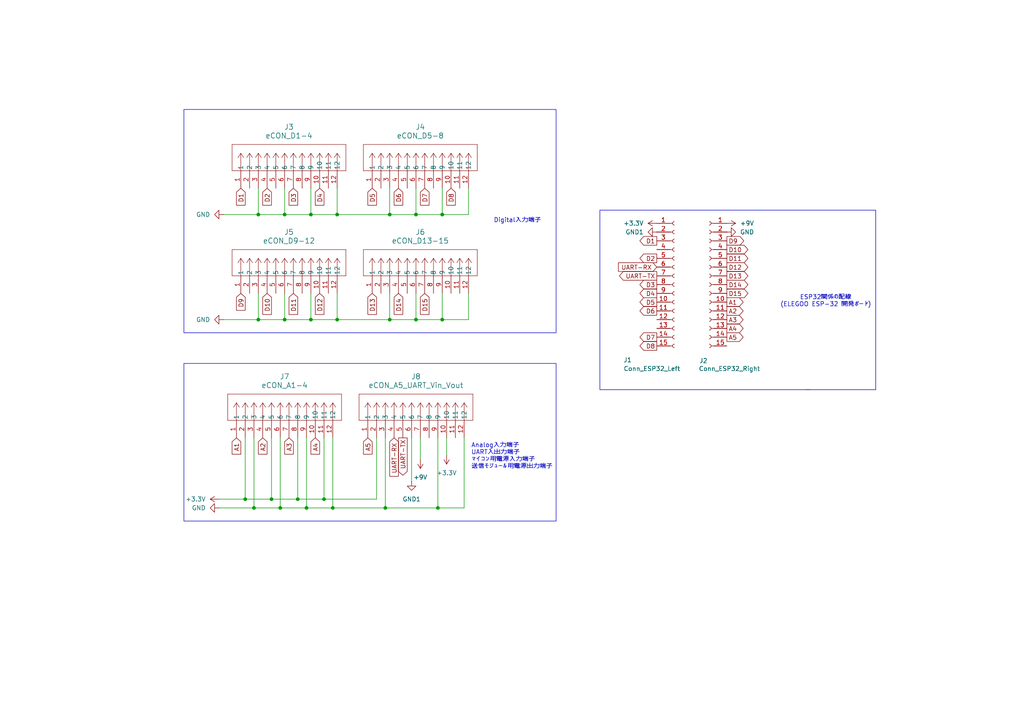
<source format=kicad_sch>
(kicad_sch (version 20250114) (generator "eeschema") (generator_version "9.0")
  (paper "A4")
  (title_block (title "JRT中継基板Ver2.0") (date "2026-01-14") (company "(一社)次世代ロボットエンジニア支援機構"))
  (lib_symbols
    (symbol "37212_62M3_003PL:37212-62M3-003PL" (pin_names (offset 0.254))
      (property "Reference" "J" (at 8.89 6.35 0))
      (property "Value" "37212-62M3-003PL" (at 0 0 0))
      (symbol "37212-62M3-003PL_1_1"
        (polyline (pts (xy 5.08 2.54) (xy 5.08 -30.48)) (stroke (width 0.127)))
        (polyline (pts (xy 5.08 -30.48) (xy 12.7 -30.48)) (stroke (width 0.127)))
        (polyline (pts (xy 10.16 0) (xy 5.08 0)) (stroke (width 0.127)))
        (polyline (pts (xy 10.16 0) (xy 8.89 0.8467)) (stroke (width 0.127)))
        (polyline (pts (xy 10.16 0) (xy 8.89 -0.8467)) (stroke (width 0.127)))
        (polyline (pts (xy 10.16 -2.54) (xy 5.08 -2.54)) (stroke (width 0.127)))
        (polyline (pts (xy 10.16 -2.54) (xy 8.89 -1.6933)) (stroke (width 0.127)))
        (polyline (pts (xy 10.16 -2.54) (xy 8.89 -3.3867)) (stroke (width 0.127)))
        (polyline (pts (xy 10.16 -5.08) (xy 5.08 -5.08)) (stroke (width 0.127)))
        (polyline (pts (xy 10.16 -5.08) (xy 8.89 -4.2333)) (stroke (width 0.127)))
        (polyline (pts (xy 10.16 -5.08) (xy 8.89 -5.9267)) (stroke (width 0.127)))
        (polyline (pts (xy 10.16 -7.62) (xy 5.08 -7.62)) (stroke (width 0.127)))
        (polyline (pts (xy 10.16 -7.62) (xy 8.89 -6.7733)) (stroke (width 0.127)))
        (polyline (pts (xy 10.16 -7.62) (xy 8.89 -8.4667)) (stroke (width 0.127)))
        (polyline (pts (xy 10.16 -10.16) (xy 5.08 -10.16)) (stroke (width 0.127)))
        (polyline (pts (xy 10.16 -10.16) (xy 8.89 -9.3133)) (stroke (width 0.127)))
        (polyline (pts (xy 10.16 -10.16) (xy 8.89 -11.0067)) (stroke (width 0.127)))
        (polyline (pts (xy 10.16 -12.7) (xy 5.08 -12.7)) (stroke (width 0.127)))
        (polyline (pts (xy 10.16 -12.7) (xy 8.89 -11.8533)) (stroke (width 0.127)))
        (polyline (pts (xy 10.16 -12.7) (xy 8.89 -13.5467)) (stroke (width 0.127)))
        (polyline (pts (xy 10.16 -15.24) (xy 5.08 -15.24)) (stroke (width 0.127)))
        (polyline (pts (xy 10.16 -15.24) (xy 8.89 -14.3933)) (stroke (width 0.127)))
        (polyline (pts (xy 10.16 -15.24) (xy 8.89 -16.0867)) (stroke (width 0.127)))
        (polyline (pts (xy 10.16 -17.78) (xy 5.08 -17.78)) (stroke (width 0.127)))
        (polyline (pts (xy 10.16 -17.78) (xy 8.89 -16.9333)) (stroke (width 0.127)))
        (polyline (pts (xy 10.16 -17.78) (xy 8.89 -18.6267)) (stroke (width 0.127)))
        (polyline (pts (xy 10.16 -20.32) (xy 5.08 -20.32)) (stroke (width 0.127)))
        (polyline (pts (xy 10.16 -20.32) (xy 8.89 -19.4733)) (stroke (width 0.127)))
        (polyline (pts (xy 10.16 -20.32) (xy 8.89 -21.1667)) (stroke (width 0.127)))
        (polyline (pts (xy 10.16 -22.86) (xy 5.08 -22.86)) (stroke (width 0.127)))
        (polyline (pts (xy 10.16 -22.86) (xy 8.89 -22.0133)) (stroke (width 0.127)))
        (polyline (pts (xy 10.16 -22.86) (xy 8.89 -23.7067)) (stroke (width 0.127)))
        (polyline (pts (xy 10.16 -25.4) (xy 5.08 -25.4)) (stroke (width 0.127)))
        (polyline (pts (xy 10.16 -25.4) (xy 8.89 -24.5533)) (stroke (width 0.127)))
        (polyline (pts (xy 10.16 -25.4) (xy 8.89 -26.2467)) (stroke (width 0.127)))
        (polyline (pts (xy 10.16 -27.94) (xy 5.08 -27.94)) (stroke (width 0.127)))
        (polyline (pts (xy 10.16 -27.94) (xy 8.89 -27.0933)) (stroke (width 0.127)))
        (polyline (pts (xy 10.16 -27.94) (xy 8.89 -28.7867)) (stroke (width 0.127)))
        (polyline (pts (xy 12.7 2.54) (xy 5.08 2.54)) (stroke (width 0.127)))
        (polyline (pts (xy 12.7 -30.48) (xy 12.7 2.54)) (stroke (width 0.127)))
        (pin unspecified line (at 0 0 0) (length 5.08) (name "1") (number "1"))
        (pin unspecified line (at 0 -2.54 0) (length 5.08) (name "2") (number "2"))
        (pin unspecified line (at 0 -5.08 0) (length 5.08) (name "3") (number "3"))
        (pin unspecified line (at 0 -7.62 0) (length 5.08) (name "4") (number "4"))
        (pin unspecified line (at 0 -10.16 0) (length 5.08) (name "5") (number "5"))
        (pin unspecified line (at 0 -12.7 0) (length 5.08) (name "6") (number "6"))
        (pin unspecified line (at 0 -15.24 0) (length 5.08) (name "7") (number "7"))
        (pin unspecified line (at 0 -17.78 0) (length 5.08) (name "8") (number "8"))
        (pin unspecified line (at 0 -20.32 0) (length 5.08) (name "9") (number "9"))
        (pin unspecified line (at 0 -22.86 0) (length 5.08) (name "10") (number "10"))
        (pin unspecified line (at 0 -25.4 0) (length 5.08) (name "11") (number "11"))
        (pin unspecified line (at 0 -27.94 0) (length 5.08) (name "12") (number "12"))
      )
      (symbol "37212-62M3-003PL_1_2"
        (polyline (pts (xy 5.08 2.54) (xy 5.08 -30.48)) (stroke (width 0.127)))
        (polyline (pts (xy 5.08 -30.48) (xy 12.7 -30.48)) (stroke (width 0.127)))
        (polyline (pts (xy 7.62 0) (xy 5.08 0)) (stroke (width 0.127)))
        (polyline (pts (xy 7.62 0) (xy 8.89 0.8467)) (stroke (width 0.127)))
        (polyline (pts (xy 7.62 0) (xy 8.89 -0.8467)) (stroke (width 0.127)))
        (polyline (pts (xy 7.62 -2.54) (xy 5.08 -2.54)) (stroke (width 0.127)))
        (polyline (pts (xy 7.62 -2.54) (xy 8.89 -1.6933)) (stroke (width 0.127)))
        (polyline (pts (xy 7.62 -2.54) (xy 8.89 -3.3867)) (stroke (width 0.127)))
        (polyline (pts (xy 7.62 -5.08) (xy 5.08 -5.08)) (stroke (width 0.127)))
        (polyline (pts (xy 7.62 -5.08) (xy 8.89 -4.2333)) (stroke (width 0.127)))
        (polyline (pts (xy 7.62 -5.08) (xy 8.89 -5.9267)) (stroke (width 0.127)))
        (polyline (pts (xy 7.62 -7.62) (xy 5.08 -7.62)) (stroke (width 0.127)))
        (polyline (pts (xy 7.62 -7.62) (xy 8.89 -6.7733)) (stroke (width 0.127)))
        (polyline (pts (xy 7.62 -7.62) (xy 8.89 -8.4667)) (stroke (width 0.127)))
        (polyline (pts (xy 7.62 -10.16) (xy 5.08 -10.16)) (stroke (width 0.127)))
        (polyline (pts (xy 7.62 -10.16) (xy 8.89 -9.3133)) (stroke (width 0.127)))
        (polyline (pts (xy 7.62 -10.16) (xy 8.89 -11.0067)) (stroke (width 0.127)))
        (polyline (pts (xy 7.62 -12.7) (xy 5.08 -12.7)) (stroke (width 0.127)))
        (polyline (pts (xy 7.62 -12.7) (xy 8.89 -11.8533)) (stroke (width 0.127)))
        (polyline (pts (xy 7.62 -12.7) (xy 8.89 -13.5467)) (stroke (width 0.127)))
        (polyline (pts (xy 7.62 -15.24) (xy 5.08 -15.24)) (stroke (width 0.127)))
        (polyline (pts (xy 7.62 -15.24) (xy 8.89 -14.3933)) (stroke (width 0.127)))
        (polyline (pts (xy 7.62 -15.24) (xy 8.89 -16.0867)) (stroke (width 0.127)))
        (polyline (pts (xy 7.62 -17.78) (xy 5.08 -17.78)) (stroke (width 0.127)))
        (polyline (pts (xy 7.62 -17.78) (xy 8.89 -16.9333)) (stroke (width 0.127)))
        (polyline (pts (xy 7.62 -17.78) (xy 8.89 -18.6267)) (stroke (width 0.127)))
        (polyline (pts (xy 7.62 -20.32) (xy 5.08 -20.32)) (stroke (width 0.127)))
        (polyline (pts (xy 7.62 -20.32) (xy 8.89 -19.4733)) (stroke (width 0.127)))
        (polyline (pts (xy 7.62 -20.32) (xy 8.89 -21.1667)) (stroke (width 0.127)))
        (polyline (pts (xy 7.62 -22.86) (xy 5.08 -22.86)) (stroke (width 0.127)))
        (polyline (pts (xy 7.62 -22.86) (xy 8.89 -22.0133)) (stroke (width 0.127)))
        (polyline (pts (xy 7.62 -22.86) (xy 8.89 -23.7067)) (stroke (width 0.127)))
        (polyline (pts (xy 7.62 -25.4) (xy 5.08 -25.4)) (stroke (width 0.127)))
        (polyline (pts (xy 7.62 -25.4) (xy 8.89 -24.5533)) (stroke (width 0.127)))
        (polyline (pts (xy 7.62 -25.4) (xy 8.89 -26.2467)) (stroke (width 0.127)))
        (polyline (pts (xy 7.62 -27.94) (xy 5.08 -27.94)) (stroke (width 0.127)))
        (polyline (pts (xy 7.62 -27.94) (xy 8.89 -27.0933)) (stroke (width 0.127)))
        (polyline (pts (xy 7.62 -27.94) (xy 8.89 -28.7867)) (stroke (width 0.127)))
        (polyline (pts (xy 12.7 2.54) (xy 5.08 2.54)) (stroke (width 0.127)))
        (polyline (pts (xy 12.7 -30.48) (xy 12.7 2.54)) (stroke (width 0.127)))
        (pin unspecified line (at 0 0 0) (length 5.08) (name "1") (number "1"))
        (pin unspecified line (at 0 -2.54 0) (length 5.08) (name "2") (number "2"))
        (pin unspecified line (at 0 -5.08 0) (length 5.08) (name "3") (number "3"))
        (pin unspecified line (at 0 -7.62 0) (length 5.08) (name "4") (number "4"))
        (pin unspecified line (at 0 -10.16 0) (length 5.08) (name "5") (number "5"))
        (pin unspecified line (at 0 -12.7 0) (length 5.08) (name "6") (number "6"))
        (pin unspecified line (at 0 -15.24 0) (length 5.08) (name "7") (number "7"))
        (pin unspecified line (at 0 -17.78 0) (length 5.08) (name "8") (number "8"))
        (pin unspecified line (at 0 -20.32 0) (length 5.08) (name "9") (number "9"))
        (pin unspecified line (at 0 -22.86 0) (length 5.08) (name "10") (number "10"))
        (pin unspecified line (at 0 -25.4 0) (length 5.08) (name "11") (number "11"))
        (pin unspecified line (at 0 -27.94 0) (length 5.08) (name "12") (number "12"))
      )
    )
    (symbol "Connector:Conn_01x15_Socket" (pin_names (offset 1.016) (hide yes))
      (property "Reference" "J" (at 0 20.32 0))
      (property "Value" "Conn_01x15_Socket" (at 0 -20.32 0))
      (symbol "Conn_01x15_Socket_1_1"
        (polyline (pts (xy -1.27 17.78) (xy -0.508 17.78)) (stroke (width 0.1524)))
        (polyline (pts (xy -1.27 15.24) (xy -0.508 15.24)) (stroke (width 0.1524)))
        (polyline (pts (xy -1.27 12.7) (xy -0.508 12.7)) (stroke (width 0.1524)))
        (polyline (pts (xy -1.27 10.16) (xy -0.508 10.16)) (stroke (width 0.1524)))
        (polyline (pts (xy -1.27 7.62) (xy -0.508 7.62)) (stroke (width 0.1524)))
        (polyline (pts (xy -1.27 5.08) (xy -0.508 5.08)) (stroke (width 0.1524)))
        (polyline (pts (xy -1.27 2.54) (xy -0.508 2.54)) (stroke (width 0.1524)))
        (polyline (pts (xy -1.27 0) (xy -0.508 0)) (stroke (width 0.1524)))
        (polyline (pts (xy -1.27 -2.54) (xy -0.508 -2.54)) (stroke (width 0.1524)))
        (polyline (pts (xy -1.27 -5.08) (xy -0.508 -5.08)) (stroke (width 0.1524)))
        (polyline (pts (xy -1.27 -7.62) (xy -0.508 -7.62)) (stroke (width 0.1524)))
        (polyline (pts (xy -1.27 -10.16) (xy -0.508 -10.16)) (stroke (width 0.1524)))
        (polyline (pts (xy -1.27 -12.7) (xy -0.508 -12.7)) (stroke (width 0.1524)))
        (polyline (pts (xy -1.27 -15.24) (xy -0.508 -15.24)) (stroke (width 0.1524)))
        (polyline (pts (xy -1.27 -17.78) (xy -0.508 -17.78)) (stroke (width 0.1524)))
        (arc (start 0 17.272) (mid -0.5058 17.78) (end 0 18.288) (stroke (width 0.1524)))
        (arc (start 0 14.732) (mid -0.5058 15.24) (end 0 15.748) (stroke (width 0.1524)))
        (arc (start 0 12.192) (mid -0.5058 12.7) (end 0 13.208) (stroke (width 0.1524)))
        (arc (start 0 9.652) (mid -0.5058 10.16) (end 0 10.668) (stroke (width 0.1524)))
        (arc (start 0 7.112) (mid -0.5058 7.62) (end 0 8.128) (stroke (width 0.1524)))
        (arc (start 0 4.572) (mid -0.5058 5.08) (end 0 5.588) (stroke (width 0.1524)))
        (arc (start 0 2.032) (mid -0.5058 2.54) (end 0 3.048) (stroke (width 0.1524)))
        (arc (start 0 -0.508) (mid -0.5058 0) (end 0 0.508) (stroke (width 0.1524)))
        (arc (start 0 -3.048) (mid -0.5058 -2.54) (end 0 -2.032) (stroke (width 0.1524)))
        (arc (start 0 -5.588) (mid -0.5058 -5.08) (end 0 -4.572) (stroke (width 0.1524)))
        (arc (start 0 -8.128) (mid -0.5058 -7.62) (end 0 -7.112) (stroke (width 0.1524)))
        (arc (start 0 -10.668) (mid -0.5058 -10.16) (end 0 -9.652) (stroke (width 0.1524)))
        (arc (start 0 -13.208) (mid -0.5058 -12.7) (end 0 -12.192) (stroke (width 0.1524)))
        (arc (start 0 -15.748) (mid -0.5058 -15.24) (end 0 -14.732) (stroke (width 0.1524)))
        (arc (start 0 -18.288) (mid -0.5058 -17.78) (end 0 -17.272) (stroke (width 0.1524)))
        (pin passive line (at -5.08 17.78 0) (length 3.81) (name "Pin_1") (number "1"))
        (pin passive line (at -5.08 15.24 0) (length 3.81) (name "Pin_2") (number "2"))
        (pin passive line (at -5.08 12.7 0) (length 3.81) (name "Pin_3") (number "3"))
        (pin passive line (at -5.08 10.16 0) (length 3.81) (name "Pin_4") (number "4"))
        (pin passive line (at -5.08 7.62 0) (length 3.81) (name "Pin_5") (number "5"))
        (pin passive line (at -5.08 5.08 0) (length 3.81) (name "Pin_6") (number "6"))
        (pin passive line (at -5.08 2.54 0) (length 3.81) (name "Pin_7") (number "7"))
        (pin passive line (at -5.08 0 0) (length 3.81) (name "Pin_8") (number "8"))
        (pin passive line (at -5.08 -2.54 0) (length 3.81) (name "Pin_9") (number "9"))
        (pin passive line (at -5.08 -5.08 0) (length 3.81) (name "Pin_10") (number "10"))
        (pin passive line (at -5.08 -7.62 0) (length 3.81) (name "Pin_11") (number "11"))
        (pin passive line (at -5.08 -10.16 0) (length 3.81) (name "Pin_12") (number "12"))
        (pin passive line (at -5.08 -12.7 0) (length 3.81) (name "Pin_13") (number "13"))
        (pin passive line (at -5.08 -15.24 0) (length 3.81) (name "Pin_14") (number "14"))
        (pin passive line (at -5.08 -17.78 0) (length 3.81) (name "Pin_15") (number "15"))
      )
    )
    (symbol "power:+3.3V" (power) (pin_numbers (hide yes)) (pin_names (offset 0) (hide yes))
      (property "Value" "+3.3V" (at 0 3.556 0))
      (symbol "+3.3V_0_1"
        (polyline (pts (xy -0.762 1.27) (xy 0 2.54)))
        (polyline (pts (xy 0 2.54) (xy 0.762 1.27)))
        (polyline (pts (xy 0 0) (xy 0 2.54)))
      )
      (symbol "+3.3V_1_1"
        (pin power_in line (at 0 0 90) (length 0) (name "~") (number "1"))
      )
    )
    (symbol "power:+9V" (power) (pin_numbers (hide yes)) (pin_names (offset 0) (hide yes))
      (property "Value" "+9V" (at 0 3.556 0))
      (symbol "+9V_0_1"
        (polyline (pts (xy -0.762 1.27) (xy 0 2.54)))
        (polyline (pts (xy 0 2.54) (xy 0.762 1.27)))
        (polyline (pts (xy 0 0) (xy 0 2.54)))
      )
      (symbol "+9V_1_1"
        (pin power_in line (at 0 0 90) (length 0) (name "~") (number "1"))
      )
    )
    (symbol "power:GND" (power) (pin_numbers (hide yes)) (pin_names (offset 0) (hide yes))
      (property "Value" "GND" (at 0 -3.81 0))
      (symbol "GND_0_1"
        (polyline (pts (xy 0 0) (xy 0 -1.27) (xy 1.27 -1.27) (xy 0 -2.54) (xy -1.27 -1.27) (xy 0 -1.27)))
      )
      (symbol "GND_1_1"
        (pin power_in line (at 0 0 270) (length 0) (name "~") (number "1"))
      )
    )
    (symbol "power:GND1" (power) (pin_numbers (hide yes)) (pin_names (offset 0) (hide yes))
      (property "Value" "GND1" (at 0 -3.81 0))
      (symbol "GND1_0_1"
        (polyline (pts (xy 0 0) (xy 0 -1.27) (xy 1.27 -1.27) (xy 0 -2.54) (xy -1.27 -1.27) (xy 0 -1.27)))
      )
      (symbol "GND1_1_1"
        (pin power_in line (at 0 0 270) (length 0) (name "~") (number "1"))
      )
    )
  )
  (rectangle (start 173.99 60.96) (end 254 113.03))
  (rectangle (start 53.34 31.75) (end 161.29 96.52))
  (rectangle (start 53.34 105.41) (end 161.29 151.13))
  (rectangle (start 233.68 113.03) (end 234.95 113.03))
  (text "Analog入力端子\nUART入出力端子\nマイコン用電源入力端子\n送信モジュール用電源出力端子\n" (at 136.652 132.334 0) (effects (font (size 1.27 1.27)) (justify left)))
  (text "Digital入力端子" (at 150.114 64.008 0) (effects (font (size 1.27 1.27))))
  (text "ESP32関係の配線\n(ELEGOO ESP-32 開発ボード)" (at 239.522 87.376 0) (effects (font (size 1.27 1.27))))
  (junction (at 90.17 62.23))
  (junction (at 81.28 147.32))
  (junction (at 88.9 147.32))
  (junction (at 97.79 92.71))
  (junction (at 74.93 62.23))
  (junction (at 73.66 147.32))
  (junction (at 90.17 92.71))
  (junction (at 96.52 147.32))
  (junction (at 82.55 92.71))
  (junction (at 82.55 62.23))
  (junction (at 111.76 147.32))
  (junction (at 71.12 144.78))
  (junction (at 93.98 144.78))
  (junction (at 86.36 144.78))
  (junction (at 127 147.32))
  (junction (at 113.03 62.23))
  (junction (at 78.74 144.78))
  (junction (at 128.27 62.23))
  (junction (at 120.65 62.23))
  (junction (at 120.65 92.71))
  (junction (at 97.79 62.23))
  (junction (at 128.27 92.71))
  (junction (at 74.93 92.71))
  (junction (at 113.03 92.71))
  (wire (pts (xy 127 147.32) (xy 134.62 147.32)))
  (wire (pts (xy 128.27 54.61) (xy 128.27 62.23)))
  (wire (pts (xy 97.79 62.23) (xy 97.79 54.61)))
  (wire (pts (xy 71.12 144.78) (xy 78.74 144.78)))
  (wire (pts (xy 96.52 147.32) (xy 111.76 147.32)))
  (wire (pts (xy 74.93 62.23) (xy 74.93 54.61)))
  (wire (pts (xy 111.76 127) (xy 111.76 147.32)))
  (wire (pts (xy 97.79 92.71) (xy 113.03 92.71)))
  (wire (pts (xy 128.27 92.71) (xy 135.89 92.71)))
  (wire (pts (xy 120.65 85.09) (xy 120.65 92.71)))
  (wire (pts (xy 82.55 54.61) (xy 82.55 62.23)))
  (wire (pts (xy 88.9 147.32) (xy 96.52 147.32)))
  (wire (pts (xy 128.27 62.23) (xy 135.89 62.23)))
  (wire (pts (xy 120.65 92.71) (xy 128.27 92.71)))
  (wire (pts (xy 134.62 147.32) (xy 134.62 127)))
  (wire (pts (xy 120.65 54.61) (xy 120.65 62.23)))
  (wire (pts (xy 82.55 92.71) (xy 90.17 92.71)))
  (wire (pts (xy 90.17 92.71) (xy 97.79 92.71)))
  (wire (pts (xy 96.52 147.32) (xy 96.52 127)))
  (wire (pts (xy 109.22 144.78) (xy 109.22 127)))
  (wire (pts (xy 113.03 54.61) (xy 113.03 62.23)))
  (wire (pts (xy 81.28 147.32) (xy 88.9 147.32)))
  (wire (pts (xy 129.54 127) (xy 129.54 132.08)))
  (wire (pts (xy 73.66 147.32) (xy 73.66 127)))
  (wire (pts (xy 113.03 62.23) (xy 120.65 62.23)))
  (wire (pts (xy 93.98 127) (xy 93.98 144.78)))
  (wire (pts (xy 90.17 62.23) (xy 97.79 62.23)))
  (wire (pts (xy 93.98 144.78) (xy 109.22 144.78)))
  (wire (pts (xy 64.77 62.23) (xy 74.93 62.23)))
  (wire (pts (xy 73.66 147.32) (xy 81.28 147.32)))
  (wire (pts (xy 82.55 85.09) (xy 82.55 92.71)))
  (wire (pts (xy 74.93 62.23) (xy 82.55 62.23)))
  (wire (pts (xy 121.92 133.35) (xy 121.92 127)))
  (wire (pts (xy 127 127) (xy 127 147.32)))
  (wire (pts (xy 120.65 62.23) (xy 128.27 62.23)))
  (wire (pts (xy 71.12 127) (xy 71.12 144.78)))
  (wire (pts (xy 97.79 62.23) (xy 113.03 62.23)))
  (wire (pts (xy 135.89 92.71) (xy 135.89 85.09)))
  (wire (pts (xy 113.03 92.71) (xy 120.65 92.71)))
  (wire (pts (xy 86.36 127) (xy 86.36 144.78)))
  (wire (pts (xy 135.89 62.23) (xy 135.89 54.61)))
  (wire (pts (xy 63.5 144.78) (xy 71.12 144.78)))
  (wire (pts (xy 63.5 147.32) (xy 73.66 147.32)))
  (wire (pts (xy 74.93 92.71) (xy 74.93 85.09)))
  (wire (pts (xy 74.93 92.71) (xy 82.55 92.71)))
  (wire (pts (xy 82.55 62.23) (xy 90.17 62.23)))
  (wire (pts (xy 113.03 85.09) (xy 113.03 92.71)))
  (wire (pts (xy 97.79 92.71) (xy 97.79 85.09)))
  (wire (pts (xy 78.74 127) (xy 78.74 144.78)))
  (wire (pts (xy 90.17 85.09) (xy 90.17 92.71)))
  (wire (pts (xy 90.17 54.61) (xy 90.17 62.23)))
  (wire (pts (xy 111.76 147.32) (xy 127 147.32)))
  (wire (pts (xy 86.36 144.78) (xy 93.98 144.78)))
  (wire (pts (xy 128.27 85.09) (xy 128.27 92.71)))
  (wire (pts (xy 78.74 144.78) (xy 86.36 144.78)))
  (wire (pts (xy 88.9 127) (xy 88.9 147.32)))
  (wire (pts (xy 81.28 127) (xy 81.28 147.32)))
  (wire (pts (xy 64.77 92.71) (xy 74.93 92.71)))
  (wire (pts (xy 119.38 139.7) (xy 119.38 127)))
  (global_label "D15" (shape input) (at 123.19 85.09 270) (property "Intersheetrefs" "${INTERSHEET_REFS}" (effects (hide yes))))
  (global_label "D6" (shape output) (at 190.5 90.17 180) (property "Intersheetrefs" "${INTERSHEET_REFS}" (effects (hide yes))))
  (global_label "D5" (shape input) (at 107.95 54.61 270) (property "Intersheetrefs" "${INTERSHEET_REFS}" (effects (hide yes))))
  (global_label "D9" (shape input) (at 69.85 85.09 270) (property "Intersheetrefs" "${INTERSHEET_REFS}" (effects (hide yes))))
  (global_label "D14" (shape input) (at 115.57 85.09 270) (property "Intersheetrefs" "${INTERSHEET_REFS}" (effects (hide yes))))
  (global_label "A3" (shape input) (at 83.82 127 270) (property "Intersheetrefs" "${INTERSHEET_REFS}" (effects (hide yes))))
  (global_label "UART-TX" (shape output) (at 190.5 80.01 180) (property "Intersheetrefs" "${INTERSHEET_REFS}" (effects (hide yes))))
  (global_label "A1" (shape output) (at 210.82 87.63 0) (property "Intersheetrefs" "${INTERSHEET_REFS}" (effects (hide yes))))
  (global_label "A2" (shape output) (at 210.82 90.17 0) (property "Intersheetrefs" "${INTERSHEET_REFS}" (effects (hide yes))))
  (global_label "A5" (shape output) (at 210.82 97.79 0) (property "Intersheetrefs" "${INTERSHEET_REFS}" (effects (hide yes))))
  (global_label "D2" (shape output) (at 190.5 74.93 180) (property "Intersheetrefs" "${INTERSHEET_REFS}" (effects (hide yes))))
  (global_label "A4" (shape input) (at 91.44 127 270) (property "Intersheetrefs" "${INTERSHEET_REFS}" (effects (hide yes))))
  (global_label "D2" (shape input) (at 77.47 54.61 270) (property "Intersheetrefs" "${INTERSHEET_REFS}" (effects (hide yes))))
  (global_label "A1" (shape input) (at 68.58 127 270) (property "Intersheetrefs" "${INTERSHEET_REFS}" (effects (hide yes))))
  (global_label "D11" (shape input) (at 85.09 85.09 270) (property "Intersheetrefs" "${INTERSHEET_REFS}" (effects (hide yes))))
  (global_label "D13" (shape output) (at 210.82 80.01 0) (property "Intersheetrefs" "${INTERSHEET_REFS}" (effects (hide yes))))
  (global_label "D13" (shape input) (at 107.95 85.09 270) (property "Intersheetrefs" "${INTERSHEET_REFS}" (effects (hide yes))))
  (global_label "A4" (shape output) (at 210.82 95.25 0) (property "Intersheetrefs" "${INTERSHEET_REFS}" (effects (hide yes))))
  (global_label "D10" (shape output) (at 210.82 72.39 0) (property "Intersheetrefs" "${INTERSHEET_REFS}" (effects (hide yes))))
  (global_label "D7" (shape input) (at 123.19 54.61 270) (property "Intersheetrefs" "${INTERSHEET_REFS}" (effects (hide yes))))
  (global_label "D11" (shape output) (at 210.82 74.93 0) (property "Intersheetrefs" "${INTERSHEET_REFS}" (effects (hide yes))))
  (global_label "D6" (shape input) (at 115.57 54.61 270) (property "Intersheetrefs" "${INTERSHEET_REFS}" (effects (hide yes))))
  (global_label "D8" (shape output) (at 190.5 100.33 180) (property "Intersheetrefs" "${INTERSHEET_REFS}" (effects (hide yes))))
  (global_label "D4" (shape output) (at 190.5 85.09 180) (property "Intersheetrefs" "${INTERSHEET_REFS}" (effects (hide yes))))
  (global_label "D3" (shape output) (at 190.5 82.55 180) (property "Intersheetrefs" "${INTERSHEET_REFS}" (effects (hide yes))))
  (global_label "A3" (shape output) (at 210.82 92.71 0) (property "Intersheetrefs" "${INTERSHEET_REFS}" (effects (hide yes))))
  (global_label "D14" (shape output) (at 210.82 82.55 0) (property "Intersheetrefs" "${INTERSHEET_REFS}" (effects (hide yes))))
  (global_label "D9" (shape output) (at 210.82 69.85 0) (property "Intersheetrefs" "${INTERSHEET_REFS}" (effects (hide yes))))
  (global_label "A2" (shape input) (at 76.2 127 270) (property "Intersheetrefs" "${INTERSHEET_REFS}" (effects (hide yes))))
  (global_label "A5" (shape input) (at 106.68 127 270) (property "Intersheetrefs" "${INTERSHEET_REFS}" (effects (hide yes))))
  (global_label "D7" (shape output) (at 190.5 97.79 180) (property "Intersheetrefs" "${INTERSHEET_REFS}" (effects (hide yes))))
  (global_label "D1" (shape output) (at 190.5 69.85 180) (property "Intersheetrefs" "${INTERSHEET_REFS}" (effects (hide yes))))
  (global_label "UART-RX" (shape input) (at 114.3 127 270) (property "Intersheetrefs" "${INTERSHEET_REFS}" (effects (hide yes))))
  (global_label "UART-RX" (shape input) (at 190.5 77.47 180) (property "Intersheetrefs" "${INTERSHEET_REFS}" (effects (hide yes))))
  (global_label "D12" (shape output) (at 210.82 77.47 0) (property "Intersheetrefs" "${INTERSHEET_REFS}" (effects (hide yes))))
  (global_label "UART-TX" (shape output) (at 116.84 127 270) (property "Intersheetrefs" "${INTERSHEET_REFS}" (effects (hide yes))))
  (global_label "D12" (shape input) (at 92.71 85.09 270) (property "Intersheetrefs" "${INTERSHEET_REFS}" (effects (hide yes))))
  (global_label "D10" (shape input) (at 77.47 85.09 270) (property "Intersheetrefs" "${INTERSHEET_REFS}" (effects (hide yes))))
  (global_label "D1" (shape input) (at 69.85 54.61 270) (property "Intersheetrefs" "${INTERSHEET_REFS}" (effects (hide yes))))
  (global_label "D15" (shape output) (at 210.82 85.09 0) (property "Intersheetrefs" "${INTERSHEET_REFS}" (effects (hide yes))))
  (global_label "D3" (shape input) (at 85.09 54.61 270) (property "Intersheetrefs" "${INTERSHEET_REFS}" (effects (hide yes))))
  (global_label "D4" (shape input) (at 92.71 54.61 270) (property "Intersheetrefs" "${INTERSHEET_REFS}" (effects (hide yes))))
  (global_label "D8" (shape input) (at 130.81 54.61 270) (property "Intersheetrefs" "${INTERSHEET_REFS}" (effects (hide yes))))
  (global_label "D5" (shape output) (at 190.5 87.63 180) (property "Intersheetrefs" "${INTERSHEET_REFS}" (effects (hide yes))))
  (symbol (lib_id "37212_62M3_003PL:37212-62M3-003PL") (at 107.95 54.61 90) (unit 1)
    (property "Reference" "J4" (at 121.92 36.83 90) (effects (font (size 1.524 1.524))))
    (property "Value" "eCON_D5-8" (at 121.92 39.37 90) (effects (font (size 1.524 1.524))))
    (property "Footprint" "eCon:CONN_37212-62M3-003PL_3MM" (effects (hide yes)))
    (property "Datasheet" "37212-62M3-003PL" (effects (hide yes)))
  )
  (symbol (lib_id "37212_62M3_003PL:37212-62M3-003PL") (at 107.95 85.09 90) (unit 1)
    (property "Reference" "J6" (at 121.92 67.31 90) (effects (font (size 1.524 1.524))))
    (property "Value" "eCON_D13-15" (at 121.92 69.85 90) (effects (font (size 1.524 1.524))))
    (property "Footprint" "eCon:CONN_37212-62M3-003PL_3MM" (effects (hide yes)))
    (property "Datasheet" "37212-62M3-003PL" (effects (hide yes)))
  )
  (symbol (lib_id "Connector:Conn_01x15_Socket") (at 205.74 82.55 0) (mirror y) (unit 1)
    (property "Reference" "J2" (at 205.232 104.648 0) (effects (justify left)))
    (property "Value" "Conn_ESP32_Right" (at 220.472 106.934 0) (effects (justify left)))
    (property "Footprint" "Connector_PinSocket_2.54mm:PinSocket_1x15_P2.54mm_Vertical" (effects (hide yes)))
  )
  (symbol (lib_id "37212_62M3_003PL:37212-62M3-003PL") (at 106.68 127 90) (unit 1)
    (property "Reference" "J8" (at 120.65 109.22 90) (effects (font (size 1.524 1.524))))
    (property "Value" "eCON_A5_UART_Vin_Vout" (at 120.65 111.76 90) (effects (font (size 1.524 1.524))))
    (property "Footprint" "eCon:CONN_37212-62M3-003PL_3MM" (effects (hide yes)))
    (property "Datasheet" "37212-62M3-003PL" (effects (hide yes)))
  )
  (symbol (lib_id "power:+9V") (at 210.82 64.77 270) (unit 1)
    (property "Reference" "#PWR02" (effects (hide yes)))
    (property "Value" "+9V" (at 214.63 64.7699 90) (effects (justify left)))
    (property "Description" "Power symbol creates a global label with name \"+9V\"" (effects (hide yes)))
  )
  (symbol (lib_id "power:+3.3V") (at 63.5 144.78 90) (unit 1)
    (property "Reference" "#PWR08" (effects (hide yes)))
    (property "Value" "+3.3V" (at 59.69 144.7799 90) (effects (justify left)))
    (property "Description" "Power symbol creates a global label with name \"+3.3V\"" (effects (hide yes)))
  )
  (symbol (lib_id "power:+3.3V") (at 129.54 132.08 0) (mirror x) (unit 1)
    (property "Reference" "#PWR011" (effects (hide yes)))
    (property "Value" "+3.3V" (at 129.54 137.16 0))
    (property "Description" "Power symbol creates a global label with name \"+3.3V\"" (effects (hide yes)))
  )
  (symbol (lib_id "power:GND") (at 64.77 62.23 270) (unit 1)
    (property "Reference" "#PWR05" (effects (hide yes)))
    (property "Value" "GND" (at 60.96 62.2299 90) (effects (justify right)))
    (property "Description" "Power symbol creates a global label with name \"GND\" , ground" (effects (hide yes)))
  )
  (symbol (lib_id "power:+3.3V") (at 190.5 64.77 90) (unit 1)
    (property "Reference" "#PWR01" (effects (hide yes)))
    (property "Value" "+3.3V" (at 186.69 64.7699 90) (effects (justify left)))
    (property "Description" "Power symbol creates a global label with name \"+3.3V\"" (effects (hide yes)))
  )
  (symbol (lib_id "37212_62M3_003PL:37212-62M3-003PL") (at 68.58 127 90) (unit 1)
    (property "Reference" "J7" (at 82.55 109.22 90) (effects (font (size 1.524 1.524))))
    (property "Value" "eCON_A1-4" (at 82.55 111.76 90) (effects (font (size 1.524 1.524))))
    (property "Footprint" "eCon:CONN_37212-62M3-003PL_3MM" (effects (hide yes)))
    (property "Datasheet" "37212-62M3-003PL" (effects (hide yes)))
  )
  (symbol (lib_id "power:GND1") (at 119.38 139.7 0) (mirror y) (unit 1)
    (property "Reference" "#PWR09" (effects (hide yes)))
    (property "Value" "GND1" (at 119.38 144.78 0))
    (property "Description" "Power symbol creates a global label with name \"GND1\" , ground" (effects (hide yes)))
  )
  (symbol (lib_id "power:GND") (at 64.77 92.71 270) (unit 1)
    (property "Reference" "#PWR06" (effects (hide yes)))
    (property "Value" "GND" (at 60.96 92.7099 90) (effects (justify right)))
    (property "Description" "Power symbol creates a global label with name \"GND\" , ground" (effects (hide yes)))
  )
  (symbol (lib_id "power:GND") (at 210.82 67.31 90) (unit 1)
    (property "Reference" "#PWR03" (effects (hide yes)))
    (property "Value" "GND" (at 214.63 67.3099 90) (effects (justify right)))
    (property "Description" "Power symbol creates a global label with name \"GND\" , ground" (effects (hide yes)))
  )
  (symbol (lib_id "power:GND1") (at 190.5 67.31 270) (unit 1)
    (property "Reference" "#PWR04" (effects (hide yes)))
    (property "Value" "GND1" (at 186.69 67.3099 90) (effects (justify right)))
    (property "Description" "Power symbol creates a global label with name \"GND1\" , ground" (effects (hide yes)))
  )
  (symbol (lib_id "37212_62M3_003PL:37212-62M3-003PL") (at 69.85 85.09 90) (unit 1)
    (property "Reference" "J5" (at 83.82 67.31 90) (effects (font (size 1.524 1.524))))
    (property "Value" "eCON_D9-12" (at 83.82 69.85 90) (effects (font (size 1.524 1.524))))
    (property "Footprint" "eCon:CONN_37212-62M3-003PL_3MM" (effects (hide yes)))
    (property "Datasheet" "37212-62M3-003PL" (effects (hide yes)))
  )
  (symbol (lib_id "37212_62M3_003PL:37212-62M3-003PL") (at 69.85 54.61 90) (unit 1)
    (property "Reference" "J3" (at 83.82 36.83 90) (effects (font (size 1.524 1.524))))
    (property "Value" "eCON_D1-4" (at 83.82 39.37 90) (effects (font (size 1.524 1.524))))
    (property "Footprint" "eCon:CONN_37212-62M3-003PL_3MM" (effects (hide yes)))
    (property "Datasheet" "37212-62M3-003PL" (effects (hide yes)))
  )
  (symbol (lib_id "Connector:Conn_01x15_Socket") (at 195.58 82.55 0) (unit 1)
    (property "Reference" "J1" (at 180.848 104.394 0) (effects (justify left)))
    (property "Value" "Conn_ESP32_Left" (at 180.848 106.934 0) (effects (justify left)))
    (property "Footprint" "Connector_PinSocket_2.54mm:PinSocket_1x15_P2.54mm_Vertical" (effects (hide yes)))
  )
  (symbol (lib_id "power:GND") (at 63.5 147.32 270) (unit 1)
    (property "Reference" "#PWR07" (effects (hide yes)))
    (property "Value" "GND" (at 59.69 147.3199 90) (effects (justify right)))
    (property "Description" "Power symbol creates a global label with name \"GND\" , ground" (effects (hide yes)))
  )
  (symbol (lib_id "power:+9V") (at 121.92 133.35 0) (mirror x) (unit 1)
    (property "Reference" "#PWR010" (effects (hide yes)))
    (property "Value" "+9V" (at 121.92 138.43 0))
    (property "Description" "Power symbol creates a global label with name \"+9V\"" (effects (hide yes)))
  )
)
</source>
